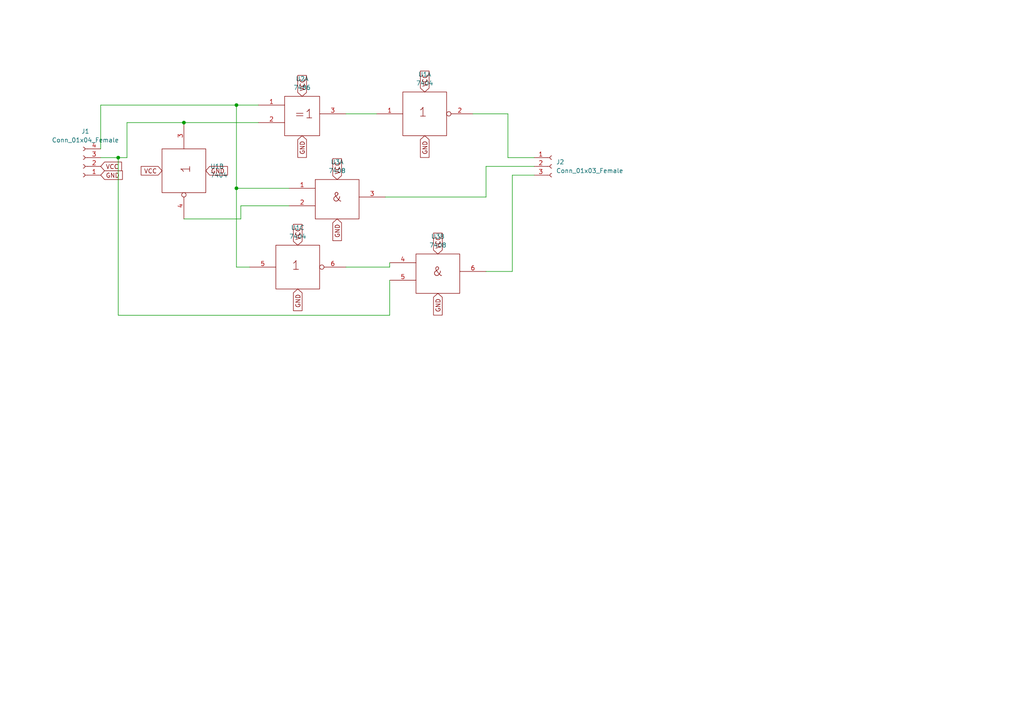
<source format=kicad_sch>
(kicad_sch (version 20211123) (generator eeschema)
  (paper "A4")
  (lib_symbols
    (symbol "74xx_IEEE:7404" (pin_names (offset 0.762))
      (property "Reference" "U" (at 5.08 7.62 0))
      (property "Value" "7404" (at 3.81 -8.89 0))
      (symbol "7404_0_0"
        (text "1" (at -0.508 0.508 0) (effects (font (size 2.54 2.54))))
      )
      (symbol "7404_0_1"
        (rectangle (start -6.35 6.35) (end 6.35 -6.35))
        (pin power_in line (at 0 6.35 270) (length 0) hide (name "Vcc") (number "14"))
        (pin power_in line (at 0 -6.35 90) (length 0) hide (name "Gnd") (number "7"))
      )
      (symbol "7404_1_1"
        (pin input line (at -13.97 0 0) (length 7.62) (name "~") (number "1"))
        (pin input inverted (at 13.97 0 180) (length 7.62) (name "~") (number "2"))
      )
      (symbol "7404_2_1"
        (pin input line (at -13.97 0 0) (length 7.62) (name "~") (number "3"))
        (pin input inverted (at 13.97 0 180) (length 7.62) (name "~") (number "4"))
      )
      (symbol "7404_3_1"
        (pin input line (at -13.97 0 0) (length 7.62) (name "~") (number "5"))
        (pin input inverted (at 13.97 0 180) (length 7.62) (name "~") (number "6"))
      )
      (symbol "7404_4_1"
        (pin input inverted (at 13.97 0 180) (length 7.62) (name "~") (number "8"))
        (pin input line (at -13.97 0 0) (length 7.62) (name "~") (number "9"))
      )
      (symbol "7404_5_1"
        (pin input inverted (at 13.97 0 180) (length 7.62) (name "~") (number "10"))
        (pin input line (at -13.97 0 0) (length 7.62) (name "~") (number "11"))
      )
      (symbol "7404_6_1"
        (pin input inverted (at 13.97 0 180) (length 7.62) (name "~") (number "12"))
        (pin input line (at -13.97 0 0) (length 7.62) (name "~") (number "13"))
      )
    )
    (symbol "74xx_IEEE:7408" (pin_names (offset 0.762))
      (property "Reference" "U" (at 2.54 7.62 0))
      (property "Value" "7408" (at 3.81 -8.89 0))
      (symbol "7408_0_1"
        (rectangle (start -6.35 5.08) (end 6.35 -6.35))
        (text "&" (at 0 0 0) (effects (font (size 2.54 2.54))))
        (pin power_in line (at 0 5.08 270) (length 0) hide (name "Vcc") (number "14"))
        (pin power_in line (at 0 -6.35 90) (length 0) hide (name "Gnd") (number "7"))
      )
      (symbol "7408_1_1"
        (pin input line (at -13.97 2.54 0) (length 7.62) (name "~") (number "1"))
        (pin input line (at -13.97 -2.54 0) (length 7.62) (name "~") (number "2"))
        (pin output line (at 13.97 0 180) (length 7.62) (name "~") (number "3"))
      )
      (symbol "7408_2_1"
        (pin input line (at -13.97 2.54 0) (length 7.62) (name "~") (number "4"))
        (pin input line (at -13.97 -2.54 0) (length 7.62) (name "~") (number "5"))
        (pin input line (at 13.97 0 180) (length 7.62) (name "~") (number "6"))
      )
      (symbol "7408_3_1"
        (pin input line (at -13.97 -2.54 0) (length 7.62) (name "~") (number "10"))
        (pin input line (at 13.97 0 180) (length 7.62) (name "~") (number "8"))
        (pin input line (at -13.97 2.54 0) (length 7.62) (name "~") (number "9"))
      )
      (symbol "7408_4_1"
        (pin input line (at 13.97 0 180) (length 7.62) (name "~") (number "11"))
        (pin input line (at -13.97 2.54 0) (length 7.62) (name "~") (number "12"))
        (pin input line (at -13.97 -2.54 0) (length 7.62) (name "~") (number "13"))
      )
    )
    (symbol "74xx_IEEE:7486" (pin_names (offset 0.762))
      (property "Reference" "U" (at 2.54 6.35 0))
      (property "Value" "7486" (at 3.81 -7.62 0))
      (symbol "7486_0_1"
        (rectangle (start -5.08 5.08) (end 5.08 -6.35))
        (text "=1" (at 0.508 0 0) (effects (font (size 2.54 2.54))))
        (pin power_in line (at 0 5.08 270) (length 0) hide (name "Vcc") (number "14"))
        (pin power_in line (at 0 -6.35 90) (length 0) hide (name "Gnd") (number "7"))
      )
      (symbol "7486_1_1"
        (pin input line (at -12.7 2.54 0) (length 7.62) (name "~") (number "1"))
        (pin input line (at -12.7 -2.54 0) (length 7.62) (name "~") (number "2"))
        (pin output line (at 12.7 0 180) (length 7.62) (name "~") (number "3"))
      )
      (symbol "7486_2_1"
        (pin input line (at -12.7 2.54 0) (length 7.62) (name "~") (number "4"))
        (pin input line (at -12.7 -2.54 0) (length 7.62) (name "~") (number "5"))
        (pin output line (at 12.7 0 180) (length 7.62) (name "~") (number "6"))
      )
      (symbol "7486_3_1"
        (pin input line (at -12.7 -2.54 0) (length 7.62) (name "~") (number "10"))
        (pin output line (at 12.7 0 180) (length 7.62) (name "~") (number "8"))
        (pin input line (at -12.7 2.54 0) (length 7.62) (name "~") (number "9"))
      )
      (symbol "7486_4_1"
        (pin output line (at 12.7 0 180) (length 7.62) (name "~") (number "11"))
        (pin input line (at -12.7 2.54 0) (length 7.62) (name "~") (number "12"))
        (pin input line (at -12.7 -2.54 0) (length 7.62) (name "~") (number "13"))
      )
    )
    (symbol "Connector:Conn_01x03_Female" (pin_names (offset 1.016) hide)
      (property "Reference" "J" (at 0 5.08 0))
      (property "Value" "Conn_01x03_Female" (at 0 -5.08 0))
      (symbol "Conn_01x03_Female_1_1"
        (arc (start 0 -2.032) (mid -0.508 -2.54) (end 0 -3.048) (stroke (width 0.1524)))
        (polyline (pts (xy -1.27 -2.54) (xy -0.508 -2.54)) (stroke (width 0.1524)))
        (polyline (pts (xy -1.27 0) (xy -0.508 0)) (stroke (width 0.1524)))
        (polyline (pts (xy -1.27 2.54) (xy -0.508 2.54)) (stroke (width 0.1524)))
        (arc (start 0 0.508) (mid -0.508 0) (end 0 -0.508) (stroke (width 0.1524)))
        (arc (start 0 3.048) (mid -0.508 2.54) (end 0 2.032) (stroke (width 0.1524)))
        (pin passive line (at -5.08 2.54 0) (length 3.81) (name "Pin_1") (number "1"))
        (pin passive line (at -5.08 0 0) (length 3.81) (name "Pin_2") (number "2"))
        (pin passive line (at -5.08 -2.54 0) (length 3.81) (name "Pin_3") (number "3"))
      )
    )
    (symbol "Connector:Conn_01x04_Female" (pin_names (offset 1.016) hide)
      (property "Reference" "J" (at 0 5.08 0))
      (property "Value" "Conn_01x04_Female" (at 0 -7.62 0))
      (symbol "Conn_01x04_Female_1_1"
        (arc (start 0 -4.572) (mid -0.508 -5.08) (end 0 -5.588) (stroke (width 0.1524)))
        (arc (start 0 -2.032) (mid -0.508 -2.54) (end 0 -3.048) (stroke (width 0.1524)))
        (polyline (pts (xy -1.27 -5.08) (xy -0.508 -5.08)) (stroke (width 0.1524)))
        (polyline (pts (xy -1.27 -2.54) (xy -0.508 -2.54)) (stroke (width 0.1524)))
        (polyline (pts (xy -1.27 0) (xy -0.508 0)) (stroke (width 0.1524)))
        (polyline (pts (xy -1.27 2.54) (xy -0.508 2.54)) (stroke (width 0.1524)))
        (arc (start 0 0.508) (mid -0.508 0) (end 0 -0.508) (stroke (width 0.1524)))
        (arc (start 0 3.048) (mid -0.508 2.54) (end 0 2.032) (stroke (width 0.1524)))
        (pin passive line (at -5.08 2.54 0) (length 3.81) (name "Pin_1") (number "1"))
        (pin passive line (at -5.08 0 0) (length 3.81) (name "Pin_2") (number "2"))
        (pin passive line (at -5.08 -2.54 0) (length 3.81) (name "Pin_3") (number "3"))
        (pin passive line (at -5.08 -5.08 0) (length 3.81) (name "Pin_4") (number "4"))
      )
    )
  )
  (junction (at 34.29 45.72))
  (junction (at 53.34 35.56))
  (junction (at 68.58 54.61))
  (junction (at 68.58 30.48))
  (wire (pts (xy 68.58 30.48) (xy 74.93 30.48)))
  (wire (pts (xy 53.34 35.56) (xy 74.93 35.56)))
  (wire (pts (xy 69.85 59.69) (xy 83.82 59.69)))
  (wire (pts (xy 140.97 57.15) (xy 140.97 48.26)))
  (wire (pts (xy 100.33 33.02) (xy 109.22 33.02)))
  (wire (pts (xy 34.29 45.72) (xy 34.29 91.44)))
  (wire (pts (xy 34.29 91.44) (xy 113.03 91.44)))
  (wire (pts (xy 69.85 63.5) (xy 69.85 59.69)))
  (wire (pts (xy 147.32 45.72) (xy 154.94 45.72)))
  (wire (pts (xy 36.83 45.72) (xy 36.83 35.56)))
  (wire (pts (xy 68.58 30.48) (xy 68.58 54.61)))
  (wire (pts (xy 113.03 77.47) (xy 113.03 76.2)))
  (wire (pts (xy 148.59 50.8) (xy 154.94 50.8)))
  (wire (pts (xy 113.03 91.44) (xy 113.03 81.28)))
  (wire (pts (xy 72.39 77.47) (xy 68.58 77.47)))
  (wire (pts (xy 34.29 45.72) (xy 36.83 45.72)))
  (wire (pts (xy 100.33 77.47) (xy 113.03 77.47)))
  (wire (pts (xy 140.97 48.26) (xy 154.94 48.26)))
  (wire (pts (xy 111.76 57.15) (xy 140.97 57.15)))
  (wire (pts (xy 53.34 63.5) (xy 69.85 63.5)))
  (wire (pts (xy 29.21 45.72) (xy 34.29 45.72)))
  (wire (pts (xy 36.83 35.56) (xy 53.34 35.56)))
  (wire (pts (xy 29.21 43.18) (xy 29.21 30.48)))
  (wire (pts (xy 137.16 33.02) (xy 147.32 33.02)))
  (wire (pts (xy 29.21 30.48) (xy 68.58 30.48)))
  (wire (pts (xy 83.82 54.61) (xy 68.58 54.61)))
  (wire (pts (xy 140.97 78.74) (xy 148.59 78.74)))
  (wire (pts (xy 68.58 54.61) (xy 68.58 77.47)))
  (wire (pts (xy 148.59 78.74) (xy 148.59 50.8)))
  (wire (pts (xy 147.32 33.02) (xy 147.32 45.72)))
  (global_label "GND" (shape input) (at 86.36 83.82 270) (property "Intersheet References" "${INTERSHEET_REFS}" (effects hide)))
  (global_label "GND" (shape input) (at 123.19 39.37 270) (property "Intersheet References" "${INTERSHEET_REFS}" (effects hide)))
  (global_label "VCC" (shape input) (at 127 73.66 90) (property "Intersheet References" "${INTERSHEET_REFS}" (effects hide)))
  (global_label "VCC" (shape input) (at 29.21 48.26 0) (property "Intersheet References" "${INTERSHEET_REFS}" (effects hide)))
  (global_label "VCC" (shape input) (at 46.99 49.53 180) (property "Intersheet References" "${INTERSHEET_REFS}" (effects hide)))
  (global_label "GND" (shape input) (at 97.79 63.5 270) (property "Intersheet References" "${INTERSHEET_REFS}" (effects hide)))
  (global_label "GND" (shape input) (at 29.21 50.8 0) (property "Intersheet References" "${INTERSHEET_REFS}" (effects hide)))
  (global_label "GND" (shape input) (at 87.63 39.37 270) (property "Intersheet References" "${INTERSHEET_REFS}" (effects hide)))
  (global_label "VCC" (shape input) (at 87.63 27.94 90) (property "Intersheet References" "${INTERSHEET_REFS}" (effects hide)))
  (global_label "VCC" (shape input) (at 123.19 26.67 90) (property "Intersheet References" "${INTERSHEET_REFS}" (effects hide)))
  (global_label "VCC" (shape input) (at 97.79 52.07 90) (property "Intersheet References" "${INTERSHEET_REFS}" (effects hide)))
  (global_label "GND" (shape input) (at 59.69 49.53 0) (property "Intersheet References" "${INTERSHEET_REFS}" (effects hide)))
  (global_label "GND" (shape input) (at 127 85.09 270) (property "Intersheet References" "${INTERSHEET_REFS}" (effects hide)))
  (global_label "VCC" (shape input) (at 86.36 71.12 90) (property "Intersheet References" "${INTERSHEET_REFS}" (effects hide)))
  (symbol (lib_id "74xx_IEEE:7486") (at 87.63 33.02 0) (unit 1)
    (property "Reference" "U2" (at 87.63 22.86 0))
    (property "Value" "7486" (at 87.63 25.4 0))
    (property "Footprint" "Package_DIP:DIP-14_W7.62mm_Socket" (effects hide))
  )
  (symbol (lib_id "74xx_IEEE:7408") (at 127 78.74 0) (unit 2)
    (property "Reference" "U3" (at 127 68.58 0))
    (property "Value" "7408" (at 127 71.12 0))
    (property "Footprint" "Package_DIP:DIP-14_W7.62mm_Socket" (effects hide))
  )
  (symbol (lib_id "Connector:Conn_01x04_Female") (at 24.13 48.26 180) (unit 1)
    (property "Reference" "J1" (at 24.765 38.1 0))
    (property "Value" "Conn_01x04_Female" (at 24.765 40.64 0))
    (property "Footprint" "Connector_JST:JST_EH_S4B-EH_1x04_P2.50mm_Horizontal" (effects hide))
  )
  (symbol (lib_id "74xx_IEEE:7404") (at 53.34 49.53 270) (unit 2)
    (property "Reference" "U1" (at 60.96 48.2599 90) (effects (justify left)))
    (property "Value" "7404" (at 60.96 50.7999 90) (effects (justify left)))
    (property "Footprint" "Package_DIP:DIP-14_W7.62mm_Socket" (effects hide))
  )
  (symbol (lib_id "Connector:Conn_01x03_Female") (at 160.02 48.26 0) (unit 1)
    (property "Reference" "J2" (at 161.29 46.9899 0) (effects (justify left)))
    (property "Value" "Conn_01x03_Female" (at 161.29 49.5299 0) (effects (justify left)))
    (property "Footprint" "Connector_JST:JST_EH_S3B-EH_1x03_P2.50mm_Horizontal" (effects hide))
  )
  (symbol (lib_id "74xx_IEEE:7404") (at 123.19 33.02 0) (unit 1)
    (property "Reference" "U1" (at 123.19 21.59 0))
    (property "Value" "7404" (at 123.19 24.13 0))
    (property "Footprint" "Package_DIP:DIP-14_W7.62mm_Socket" (effects hide))
  )
  (symbol (lib_id "74xx_IEEE:7404") (at 86.36 77.47 0) (unit 3)
    (property "Reference" "U1" (at 86.36 66.04 0))
    (property "Value" "7404" (at 86.36 68.58 0))
    (property "Footprint" "Package_DIP:DIP-14_W7.62mm_Socket" (effects hide))
  )
  (symbol (lib_id "74xx_IEEE:7408") (at 97.79 57.15 0) (unit 1)
    (property "Reference" "U3" (at 97.79 46.99 0))
    (property "Value" "7408" (at 97.79 49.53 0))
    (property "Footprint" "Package_DIP:DIP-14_W7.62mm_Socket" (effects hide))
  )
)
</source>
